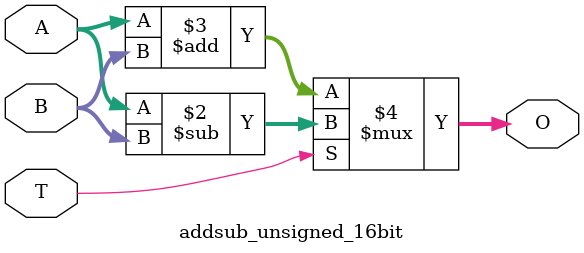
<source format=v>
module addsub_unsigned_16bit(A, B, T, O);
  input [15:0] A;
  input  [15:0] B;
  input T;
  output [16:0] O;

  assign O = (T == 1'b1) ? (A - B) : (A+B);
endmodule




</source>
